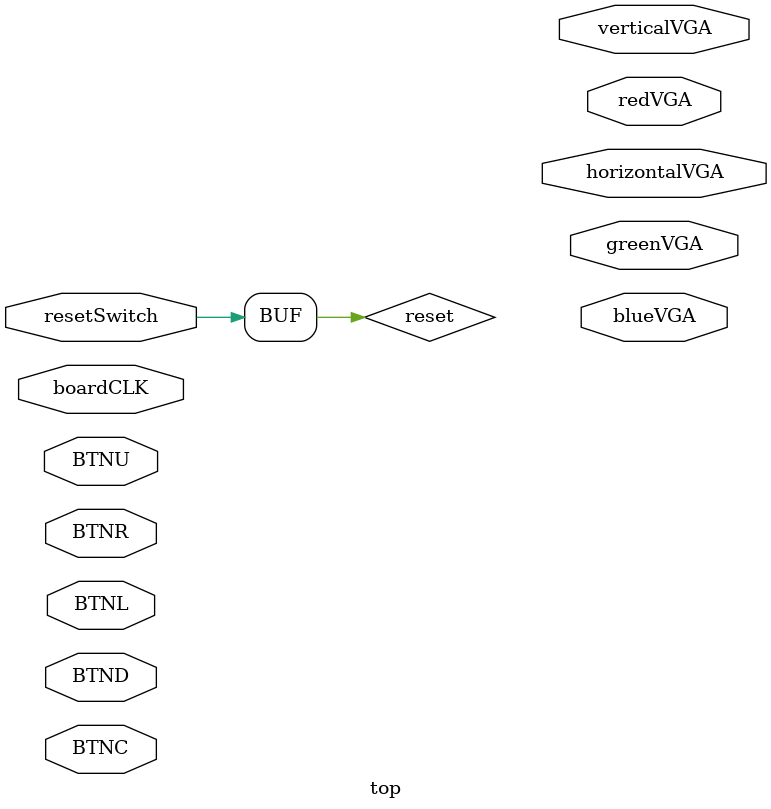
<source format=v>
`timescale 1ns / 1ps


module top(
    boardCLK, 
    redVGA, greenVGA, blueVGA,
    BTNC, BTNU, BTND, BTNR, BTNL,
    resetSwitch,
    horizontalVGA, 
    verticalVGA
    );
   
    input resetSwitch;
    wire reset;
    assign reset = resetSwitch;
    
    input boardCLK;
    wire vgaCLK, gameCLK;
    clock_divider divide(.boardCLK(boardCLK), .vgaCLK(vgaCLK), .gameCLK(gameCLK), .reset(reset));
    
    output wire [3:0] redVGA;
    output wire [3:0] greenVGA; 
    output wire [3:0] blueVGA;
    output wire horizontalVGA, verticalVGA;
    
    input BTNC, BTNU, BTND, BTNR, BTNL;
    
endmodule

</source>
